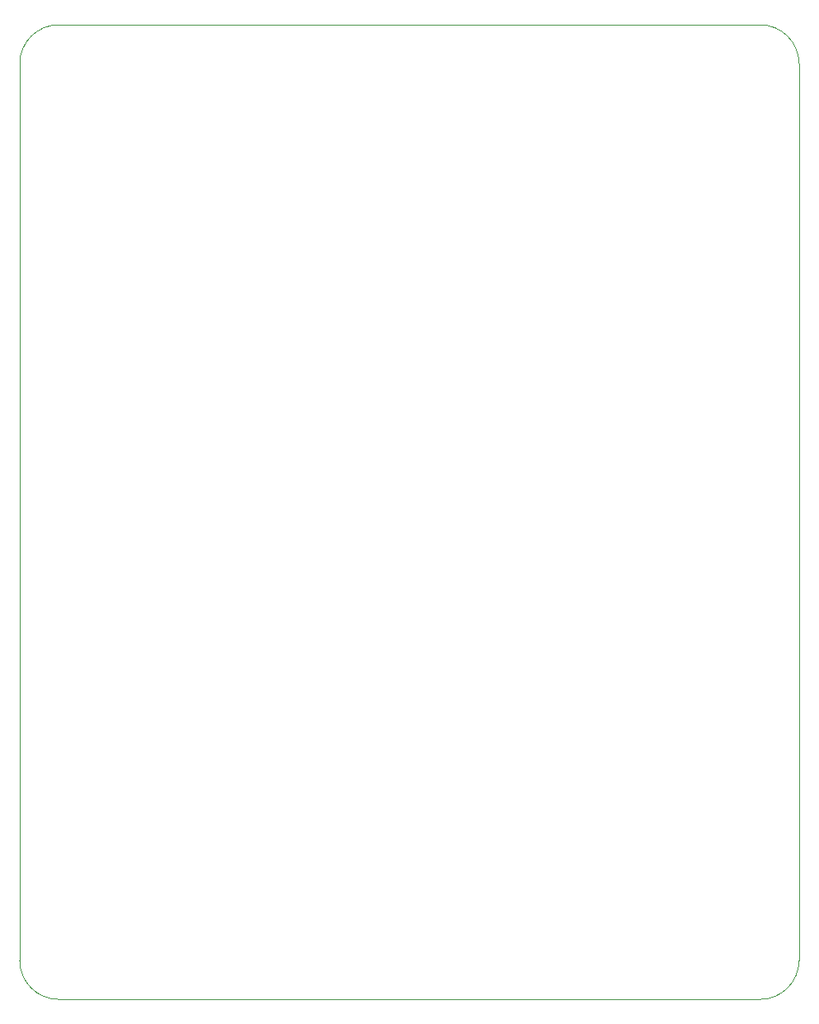
<source format=gbr>
%TF.GenerationSoftware,KiCad,Pcbnew,8.0.4*%
%TF.CreationDate,2024-08-28T21:50:12+12:00*%
%TF.ProjectId,OperationBaldr,4f706572-6174-4696-9f6e-42616c64722e,0.1.1*%
%TF.SameCoordinates,Original*%
%TF.FileFunction,Profile,NP*%
%FSLAX46Y46*%
G04 Gerber Fmt 4.6, Leading zero omitted, Abs format (unit mm)*
G04 Created by KiCad (PCBNEW 8.0.4) date 2024-08-28 21:50:12*
%MOMM*%
%LPD*%
G01*
G04 APERTURE LIST*
%TA.AperFunction,Profile*%
%ADD10C,0.050000*%
%TD*%
G04 APERTURE END LIST*
D10*
X187000000Y-42000000D02*
G75*
G02*
X191000000Y-46000000I0J-4000000D01*
G01*
X187000000Y-42000000D02*
X115000000Y-42000000D01*
X111000000Y-46000000D02*
G75*
G02*
X115000000Y-42000000I4000000J0D01*
G01*
X115000000Y-142000000D02*
X187000000Y-142000000D01*
X115000000Y-142000000D02*
G75*
G02*
X111000000Y-138000000I0J4000000D01*
G01*
X191000000Y-138000000D02*
G75*
G02*
X187000000Y-142000000I-4000000J0D01*
G01*
X111000000Y-46000000D02*
X111000000Y-138000000D01*
X191000000Y-138000000D02*
X191000000Y-46000000D01*
M02*

</source>
